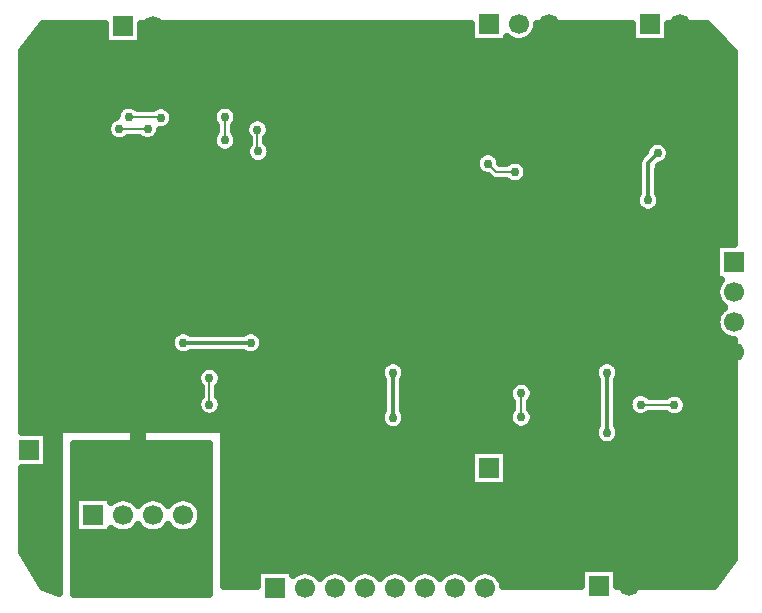
<source format=gbl>
G04 DipTrace 3.1.0.0*
G04 SensorActuatorBreakout.gbl*
%MOIN*%
G04 #@! TF.FileFunction,Copper,L2,Bot*
G04 #@! TF.Part,Single*
G04 #@! TA.AperFunction,Conductor*
%ADD11C,0.006*%
%ADD13C,0.013*%
G04 #@! TA.AperFunction,CopperBalancing*
%ADD16C,0.025*%
G04 #@! TA.AperFunction,ComponentPad*
%ADD31R,0.066929X0.066929*%
%ADD32C,0.066929*%
G04 #@! TA.AperFunction,ViaPad*
%ADD40C,0.03*%
%FSLAX26Y26*%
G04*
G70*
G90*
G75*
G01*
G04 Bottom*
%LPD*%
X1694000Y1019000D2*
D13*
Y1169000D1*
X994000Y1269000D2*
X1219000D1*
X2406500Y969000D2*
Y1169000D1*
X2575251Y1900251D2*
X2544000Y1869000D1*
Y1744000D1*
X1043803Y2194197D2*
D11*
X1069000Y2169000D1*
X1035929Y2069000D2*
Y2085929D1*
X1044000Y2094000D1*
X1069000Y2069000D1*
X544129Y1612751D2*
X556500D1*
X544129Y1562751D2*
X556500D1*
X544129Y1512751D2*
X556500D1*
X543871Y1462622D2*
X550249Y1469000D1*
X943871Y1562622D2*
X956627D1*
X962749Y1556500D1*
X931500Y1785929D2*
X948429D1*
X956500Y1794000D1*
X2350307Y750307D2*
X2344000D1*
Y744000D1*
X2356500Y731500D1*
X2531458Y787709D2*
X2537791D1*
X2544000Y781500D1*
Y775251D1*
X898404Y1106425D2*
X912825D1*
X919000Y1100251D1*
X637749Y2212751D2*
X650249D1*
Y2219000D1*
X1482139Y831500D2*
D13*
X1462751D1*
X1543900Y650350D2*
X1550251Y644000D1*
X2473429Y906500D2*
X2481500D1*
X2650251Y2150251D2*
D11*
X2662751Y2162751D1*
X2675251Y2150251D1*
X2506500Y1989571D2*
X2517180D1*
X2519000Y1987751D1*
X2642180Y1944000D2*
X2650249D1*
X2383322Y2119000D2*
X2387751D1*
X2394000Y2112751D1*
X2323255Y2150066D2*
X2331315D1*
X2319000Y2025249D2*
X2294000D1*
X2337751Y2069000D1*
X2469000Y2256500D2*
X2619000D1*
X2383322Y1944000D2*
X2394000D1*
X2562751Y2044000D2*
X2569000D1*
X2156500Y2019000D2*
X2169000D1*
X2119000Y2231500D2*
X2137749D1*
X2050249Y2212751D2*
X2081500D1*
X1895822Y1956500D2*
X1906500D1*
X1433630Y2154097D2*
X1441597D1*
X1444000Y2156500D1*
X1725073Y2069000D2*
X1731500D1*
X1300151Y2100251D2*
X1319000D1*
X1254678Y2275249D2*
X1262751D1*
X1269000Y2269000D1*
X981491Y450244D2*
Y543990D1*
X1062751Y625249D1*
Y819000D1*
X994000Y887751D1*
X875251D1*
X850251Y912751D1*
Y1012749D1*
Y1058272D1*
X898404Y1106425D1*
X725251Y1012749D2*
X850251D1*
X981491Y450244D2*
X881491D1*
X781491D1*
X681491D1*
X1627071Y950249D2*
X1650249D1*
X825249Y925251D2*
X837751D1*
X844000Y931500D1*
X2121121Y1020436D2*
Y1100251D1*
X812749Y2021946D2*
X916054D1*
X919000Y2019000D1*
X1133322Y2021559D2*
Y1944000D1*
X2100251Y1837751D2*
X2037749D1*
X2009625Y1865875D1*
X2631500Y1060747D2*
X2521003D1*
X2519000Y1062749D1*
X1081500D2*
Y1150249D1*
X781500Y1981500D2*
X875249D1*
X1241539Y1979039D2*
Y1908961D1*
X1244000Y1906500D1*
D40*
X1694000Y1019000D3*
Y1169000D3*
X994000Y1269000D3*
X1219000D3*
X2406500Y969000D3*
Y1169000D3*
X2575251Y1900251D3*
X2544000Y1744000D3*
X1043803Y2194197D3*
X1035929Y2069000D3*
X544129Y1612751D3*
Y1562751D3*
Y1512751D3*
X543871Y1462622D3*
X943871Y1562622D3*
X931500Y1785929D3*
X2350307Y750307D3*
X2531458Y787709D3*
X898404Y1106425D3*
X637749Y2212751D3*
X1482139Y831500D3*
X1543900Y650350D3*
X2473429Y906500D3*
X2650251Y2150251D3*
X2506500Y1989571D3*
X2642180Y1944000D3*
X2383322Y2119000D3*
X2323255Y2150066D3*
X2319000Y2025249D3*
X2469000Y2256500D3*
X2383322Y1944000D3*
X2562751Y2044000D3*
X2156500Y2019000D3*
X2119000Y2231500D3*
X2050249Y2212751D3*
X1895822Y1956500D3*
X1433630Y2154097D3*
X1725073Y2069000D3*
X1300151Y2100251D3*
X1254678Y2275249D3*
X898404Y1106425D3*
X1627071Y950249D3*
X825249Y925251D3*
X2121121Y1100251D3*
Y1020436D3*
X919000Y2019000D3*
X812749Y2021946D3*
X1133322Y1944000D3*
Y2021559D3*
X2100251Y1837751D3*
X2009625Y1865875D3*
X2519000Y1062749D3*
X2631500Y1060747D3*
X1081500Y1150249D3*
Y1062749D3*
X781500Y1981500D3*
X875249D3*
D3*
X1241539Y1979039D3*
X1244000Y1906500D3*
X509122Y2306631D2*
D16*
X731515D1*
X856437D2*
X1950118D1*
X2169767D2*
X2487765D1*
X2612735D2*
X2761202D1*
X490470Y2281762D2*
X731515D1*
X856437D2*
X1950118D1*
X2148917D2*
X2487765D1*
X2612735D2*
X2786056D1*
X471817Y2256894D2*
X2810909D1*
X459000Y2232025D2*
X2829024D1*
X459000Y2207156D2*
X2829024D1*
X459000Y2182287D2*
X2829024D1*
X459000Y2157419D2*
X2829024D1*
X459000Y2132550D2*
X2829024D1*
X459000Y2107681D2*
X2829024D1*
X459000Y2082812D2*
X2829024D1*
X459000Y2057944D2*
X789620D1*
X835880D2*
X902169D1*
X935831D2*
X1110860D1*
X1155802D2*
X2829024D1*
X459000Y2033075D2*
X770284D1*
X960538D2*
X1090938D1*
X1175675D2*
X2829024D1*
X459000Y2008206D2*
X747237D1*
X961563D2*
X1091524D1*
X1175138D2*
X1209493D1*
X1273575D2*
X2829024D1*
X459000Y1983337D2*
X737521D1*
X942716D2*
X1101339D1*
X1165323D2*
X1197774D1*
X1285294D2*
X2829024D1*
X459000Y1958469D2*
X744454D1*
X912296D2*
X1091915D1*
X1174698D2*
X1202999D1*
X1280069D2*
X2829024D1*
X459000Y1933600D2*
X1090646D1*
X1176017D2*
X1209542D1*
X1277921D2*
X2548067D1*
X2602433D2*
X2829024D1*
X459000Y1908731D2*
X1108956D1*
X1157706D2*
X1200069D1*
X1287931D2*
X2532149D1*
X2618351D2*
X2829024D1*
X459000Y1883862D2*
X1206710D1*
X1281290D2*
X1969747D1*
X2049503D2*
X2512032D1*
X2615860D2*
X2829024D1*
X459000Y1858993D2*
X1966183D1*
X2138419D2*
X2508517D1*
X2583146D2*
X2829024D1*
X459000Y1834125D2*
X1980392D1*
X2144083D2*
X2508517D1*
X2579483D2*
X2829024D1*
X459000Y1809256D2*
X2027657D1*
X2132901D2*
X2508517D1*
X2579483D2*
X2829024D1*
X459000Y1784387D2*
X2508517D1*
X2579483D2*
X2829024D1*
X459000Y1759518D2*
X2502999D1*
X2585001D2*
X2829024D1*
X459000Y1734650D2*
X2501046D1*
X2586954D2*
X2829024D1*
X459000Y1709781D2*
X2518038D1*
X2569962D2*
X2829024D1*
X459000Y1684912D2*
X2829024D1*
X459000Y1660043D2*
X2829024D1*
X459000Y1635175D2*
X2829024D1*
X459000Y1610306D2*
X2829024D1*
X459000Y1585437D2*
X2768819D1*
X459000Y1560568D2*
X2768819D1*
X459000Y1535699D2*
X2768819D1*
X459000Y1510831D2*
X2768819D1*
X459000Y1485962D2*
X2768819D1*
X459000Y1461093D2*
X2773604D1*
X459000Y1436224D2*
X2768819D1*
X459000Y1411356D2*
X2774874D1*
X459000Y1386487D2*
X2794015D1*
X459000Y1361618D2*
X2773800D1*
X459000Y1336749D2*
X2768819D1*
X459000Y1311881D2*
X2774630D1*
X459000Y1287012D2*
X954122D1*
X1258878D2*
X2796603D1*
X459000Y1262143D2*
X950558D1*
X1262442D2*
X2829024D1*
X459000Y1237274D2*
X964767D1*
X1248233D2*
X2829024D1*
X459000Y1212406D2*
X2829024D1*
X459000Y1187537D2*
X1060763D1*
X1102237D2*
X1654366D1*
X1733634D2*
X2366866D1*
X2446134D2*
X2829024D1*
X459000Y1162668D2*
X1039425D1*
X1123575D2*
X1650509D1*
X1737491D2*
X2363009D1*
X2449991D2*
X2829024D1*
X459000Y1137799D2*
X1039425D1*
X1123575D2*
X1658517D1*
X1729483D2*
X2100948D1*
X2141300D2*
X2371017D1*
X2441983D2*
X2829024D1*
X459000Y1112930D2*
X1049532D1*
X1113468D2*
X1658517D1*
X1729483D2*
X2079122D1*
X2163126D2*
X2371017D1*
X2441983D2*
X2829024D1*
X459000Y1088062D2*
X1046114D1*
X1116886D2*
X1658517D1*
X1729483D2*
X2078976D1*
X2163272D2*
X2371017D1*
X2441983D2*
X2483614D1*
X2665226D2*
X2829024D1*
X459000Y1063193D2*
X1037521D1*
X1125479D2*
X1658517D1*
X1729483D2*
X2089132D1*
X2153116D2*
X2371017D1*
X2441983D2*
X2475021D1*
X2675431D2*
X2829024D1*
X459000Y1038324D2*
X1045431D1*
X1117569D2*
X1654757D1*
X1733243D2*
X2081173D1*
X2161075D2*
X2371017D1*
X2441983D2*
X2482931D1*
X2668937D2*
X2829024D1*
X459000Y1013455D2*
X1650362D1*
X1737638D2*
X2077706D1*
X2164542D2*
X2371017D1*
X2441983D2*
X2829024D1*
X459000Y988587D2*
X1663253D1*
X1724747D2*
X2092013D1*
X2150235D2*
X2367403D1*
X2445597D2*
X2829024D1*
X543985Y963718D2*
X579024D1*
X1133976D2*
X2362813D1*
X2450187D2*
X2829024D1*
X543985Y938849D2*
X579024D1*
X1133976D2*
X2375460D1*
X2437540D2*
X2829024D1*
X543985Y913980D2*
X579024D1*
X1133976D2*
X2829024D1*
X543985Y889112D2*
X579024D1*
X1133976D2*
X1950118D1*
X2075089D2*
X2829024D1*
X543985Y864243D2*
X579024D1*
X1133976D2*
X1950118D1*
X2075089D2*
X2829024D1*
X459000Y839374D2*
X579024D1*
X1133976D2*
X1950118D1*
X2075089D2*
X2829024D1*
X459000Y814505D2*
X579024D1*
X1133976D2*
X1950118D1*
X2075089D2*
X2829024D1*
X459000Y789636D2*
X579024D1*
X1133976D2*
X2829024D1*
X459000Y764768D2*
X579024D1*
X1133976D2*
X2829024D1*
X459000Y739899D2*
X579024D1*
X1133976D2*
X2829024D1*
X459000Y715030D2*
X579024D1*
X1133976D2*
X2829024D1*
X459000Y690161D2*
X579024D1*
X1133976D2*
X2829024D1*
X459000Y665293D2*
X579024D1*
X1133976D2*
X2829024D1*
X459000Y640424D2*
X579024D1*
X1133976D2*
X2829024D1*
X459000Y615555D2*
X579024D1*
X1133976D2*
X2829024D1*
X459000Y590686D2*
X579024D1*
X1133976D2*
X2829024D1*
X462979Y565818D2*
X579024D1*
X1133976D2*
X2829024D1*
X477921Y540949D2*
X579024D1*
X1133976D2*
X2823604D1*
X492813Y516080D2*
X579024D1*
X1133976D2*
X2318868D1*
X2443790D2*
X2804952D1*
X507755Y491211D2*
X579024D1*
X1133976D2*
X1237716D1*
X2046476D2*
X2318868D1*
X2443790D2*
X2786300D1*
X522647Y466343D2*
X579024D1*
X1133976D2*
X1237716D1*
X2060440D2*
X2318868D1*
X2443790D2*
X2767647D1*
X568595Y441474D2*
X579024D1*
X1252711Y510209D2*
X1360140D1*
Y494925D1*
X1368844Y501372D1*
X1377228Y505644D1*
X1386177Y508552D1*
X1395471Y510024D1*
X1404881D1*
X1414174Y508552D1*
X1423123Y505644D1*
X1431507Y501372D1*
X1439120Y495842D1*
X1445773Y489188D1*
X1450149Y483304D1*
X1454578Y489188D1*
X1461232Y495842D1*
X1468844Y501372D1*
X1477228Y505644D1*
X1486177Y508552D1*
X1495471Y510024D1*
X1504881D1*
X1514174Y508552D1*
X1523123Y505644D1*
X1531507Y501372D1*
X1539120Y495842D1*
X1545773Y489188D1*
X1550149Y483304D1*
X1554578Y489188D1*
X1561232Y495842D1*
X1568844Y501372D1*
X1577228Y505644D1*
X1586177Y508552D1*
X1595471Y510024D1*
X1604881D1*
X1614174Y508552D1*
X1623123Y505644D1*
X1631507Y501372D1*
X1639120Y495842D1*
X1645773Y489188D1*
X1650149Y483304D1*
X1654578Y489188D1*
X1661232Y495842D1*
X1668844Y501372D1*
X1677228Y505644D1*
X1686177Y508552D1*
X1695471Y510024D1*
X1704881D1*
X1714174Y508552D1*
X1723123Y505644D1*
X1731507Y501372D1*
X1739120Y495842D1*
X1745773Y489188D1*
X1750149Y483304D1*
X1754578Y489188D1*
X1761232Y495842D1*
X1768844Y501372D1*
X1777228Y505644D1*
X1786177Y508552D1*
X1795471Y510024D1*
X1804881D1*
X1814174Y508552D1*
X1823123Y505644D1*
X1831507Y501372D1*
X1839120Y495842D1*
X1845773Y489188D1*
X1850149Y483304D1*
X1854578Y489188D1*
X1861232Y495842D1*
X1868844Y501372D1*
X1877228Y505644D1*
X1886177Y508552D1*
X1895471Y510024D1*
X1904881D1*
X1914174Y508552D1*
X1923123Y505644D1*
X1931507Y501372D1*
X1939120Y495842D1*
X1945773Y489188D1*
X1950149Y483304D1*
X1954578Y489188D1*
X1961232Y495842D1*
X1968844Y501372D1*
X1977228Y505644D1*
X1986177Y508552D1*
X1995471Y510024D1*
X2004881D1*
X2014174Y508552D1*
X2023123Y505644D1*
X2031507Y501372D1*
X2039120Y495842D1*
X2045773Y489188D1*
X2051304Y481575D1*
X2055576Y473192D1*
X2058484Y464243D1*
X2059772Y456501D1*
X2321393Y456500D1*
X2321348Y516458D1*
X2441277D1*
Y456448D1*
X2762799Y456500D1*
X2831510Y548180D1*
X2831265Y1277665D1*
X2821885Y1278404D1*
X2812735Y1280600D1*
X2804042Y1284201D1*
X2796019Y1289118D1*
X2788864Y1295229D1*
X2782753Y1302384D1*
X2777836Y1310407D1*
X2774235Y1319100D1*
X2772039Y1328249D1*
X2771301Y1337630D1*
X2772039Y1347010D1*
X2774235Y1356160D1*
X2777836Y1364853D1*
X2782753Y1372876D1*
X2788864Y1380031D1*
X2796019Y1386142D1*
X2798206Y1387603D1*
X2792321Y1392033D1*
X2785668Y1398686D1*
X2780137Y1406299D1*
X2775865Y1414682D1*
X2772957Y1423631D1*
X2771485Y1432925D1*
Y1442335D1*
X2772957Y1451628D1*
X2775865Y1460577D1*
X2780137Y1468961D1*
X2785668Y1476574D1*
X2786679Y1477668D1*
X2771301Y1477665D1*
Y1597594D1*
X2831506D1*
X2831500Y2238873D1*
X2738797Y2331525D1*
X2610260Y2331500D1*
X2610214Y2271535D1*
X2490285D1*
Y2331545D1*
X2172564Y2331500D1*
X2171827Y2321916D1*
X2169631Y2312767D1*
X2166030Y2304073D1*
X2161113Y2296050D1*
X2155002Y2288895D1*
X2147847Y2282784D1*
X2139824Y2277868D1*
X2131131Y2274267D1*
X2121982Y2272070D1*
X2112601Y2271332D1*
X2103221Y2272070D1*
X2094071Y2274267D1*
X2085378Y2277868D1*
X2077355Y2282784D1*
X2072563Y2286710D1*
X2072566Y2271332D1*
X1952637D1*
Y2331537D1*
X853912Y2331500D1*
X853944Y2265083D1*
X734014D1*
Y2331538D1*
X525201Y2331500D1*
X456490Y2239820D1*
X456500Y972662D1*
X541476Y972660D1*
Y852731D1*
X456467D1*
X456500Y572467D1*
X527341Y454394D1*
X581551Y436326D1*
X581538Y969981D1*
X582451Y973784D1*
X584495Y977118D1*
X587469Y979658D1*
X591082Y981155D1*
X594000Y981500D1*
X1120955Y981346D1*
X1124675Y980138D1*
X1127839Y977839D1*
X1130138Y974675D1*
X1131346Y970955D1*
X1131500Y956500D1*
Y456500D1*
X1240240D1*
X1240211Y510209D1*
X1252711D1*
X1965137Y910167D2*
X2072566D1*
Y790237D1*
X1952637D1*
Y910167D1*
X1965137D1*
X1661000Y1044146D2*
Y1143854D1*
X1657023Y1150159D1*
X1654531Y1156176D1*
X1653011Y1162508D1*
X1652500Y1169000D1*
X1653011Y1175492D1*
X1654531Y1181824D1*
X1657023Y1187841D1*
X1660426Y1193393D1*
X1664655Y1198345D1*
X1669607Y1202574D1*
X1675159Y1205977D1*
X1681176Y1208469D1*
X1687508Y1209989D1*
X1694000Y1210500D1*
X1700492Y1209989D1*
X1706824Y1208469D1*
X1712841Y1205977D1*
X1718393Y1202574D1*
X1723345Y1198345D1*
X1727574Y1193393D1*
X1730977Y1187841D1*
X1733469Y1181824D1*
X1734989Y1175492D1*
X1735500Y1169000D1*
X1734989Y1162508D1*
X1733469Y1156176D1*
X1730977Y1150159D1*
X1726983Y1143857D1*
X1727000Y1044146D1*
X1730977Y1037841D1*
X1733469Y1031824D1*
X1734989Y1025492D1*
X1735500Y1019000D1*
X1734989Y1012508D1*
X1733469Y1006176D1*
X1730977Y1000159D1*
X1727574Y994607D1*
X1723345Y989655D1*
X1718393Y985426D1*
X1712841Y982023D1*
X1706824Y979531D1*
X1700492Y978011D1*
X1694000Y977500D1*
X1687508Y978011D1*
X1681176Y979531D1*
X1675159Y982023D1*
X1669607Y985426D1*
X1664655Y989655D1*
X1660426Y994607D1*
X1657023Y1000159D1*
X1654531Y1006176D1*
X1653011Y1012508D1*
X1652500Y1019000D1*
X1653011Y1025492D1*
X1654531Y1031824D1*
X1657023Y1037841D1*
X1661017Y1044143D1*
X1019146Y1302000D2*
X1193854D1*
X1200159Y1305977D1*
X1206176Y1308469D1*
X1212508Y1309989D1*
X1219000Y1310500D1*
X1225492Y1309989D1*
X1231824Y1308469D1*
X1237841Y1305977D1*
X1243393Y1302574D1*
X1248345Y1298345D1*
X1252574Y1293393D1*
X1255977Y1287841D1*
X1258469Y1281824D1*
X1259989Y1275492D1*
X1260500Y1269000D1*
X1259989Y1262508D1*
X1258469Y1256176D1*
X1255977Y1250159D1*
X1252574Y1244607D1*
X1248345Y1239655D1*
X1243393Y1235426D1*
X1237841Y1232023D1*
X1231824Y1229531D1*
X1225492Y1228011D1*
X1219000Y1227500D1*
X1212508Y1228011D1*
X1206176Y1229531D1*
X1200159Y1232023D1*
X1193857Y1236017D1*
X1019146Y1236000D1*
X1012841Y1232023D1*
X1006824Y1229531D1*
X1000492Y1228011D1*
X994000Y1227500D1*
X987508Y1228011D1*
X981176Y1229531D1*
X975159Y1232023D1*
X969607Y1235426D1*
X964655Y1239655D1*
X960426Y1244607D1*
X957023Y1250159D1*
X954531Y1256176D1*
X953011Y1262508D1*
X952500Y1269000D1*
X953011Y1275492D1*
X954531Y1281824D1*
X957023Y1287841D1*
X960426Y1293393D1*
X964655Y1298345D1*
X969607Y1302574D1*
X975159Y1305977D1*
X981176Y1308469D1*
X987508Y1309989D1*
X994000Y1310500D1*
X1000492Y1309989D1*
X1006824Y1308469D1*
X1012841Y1305977D1*
X1019143Y1301983D1*
X2373500Y994146D2*
Y1143854D1*
X2369523Y1150159D1*
X2367031Y1156176D1*
X2365511Y1162508D1*
X2365000Y1169000D1*
X2365511Y1175492D1*
X2367031Y1181824D1*
X2369523Y1187841D1*
X2372926Y1193393D1*
X2377155Y1198345D1*
X2382107Y1202574D1*
X2387659Y1205977D1*
X2393676Y1208469D1*
X2400008Y1209989D1*
X2406500Y1210500D1*
X2412992Y1209989D1*
X2419324Y1208469D1*
X2425341Y1205977D1*
X2430893Y1202574D1*
X2435845Y1198345D1*
X2440074Y1193393D1*
X2443477Y1187841D1*
X2445969Y1181824D1*
X2447489Y1175492D1*
X2448000Y1169000D1*
X2447489Y1162508D1*
X2445969Y1156176D1*
X2443477Y1150159D1*
X2439483Y1143857D1*
X2439500Y994146D1*
X2443477Y987841D1*
X2445969Y981824D1*
X2447489Y975492D1*
X2448000Y969000D1*
X2447489Y962508D1*
X2445969Y956176D1*
X2443477Y950159D1*
X2440074Y944607D1*
X2435845Y939655D1*
X2430893Y935426D1*
X2425341Y932023D1*
X2419324Y929531D1*
X2412992Y928011D1*
X2406500Y927500D1*
X2400008Y928011D1*
X2393676Y929531D1*
X2387659Y932023D1*
X2382107Y935426D1*
X2377155Y939655D1*
X2372926Y944607D1*
X2369523Y950159D1*
X2367031Y956176D1*
X2365511Y962508D1*
X2365000Y969000D1*
X2365511Y975492D1*
X2367031Y981824D1*
X2369523Y987841D1*
X2373517Y994143D1*
X2511013Y1868666D2*
X2511406Y1874162D1*
X2513512Y1881629D1*
X2517302Y1888397D1*
X2520665Y1892335D1*
X2534096Y1905765D1*
X2535782Y1913075D1*
X2538274Y1919091D1*
X2541676Y1924644D1*
X2545906Y1929596D1*
X2550858Y1933825D1*
X2556410Y1937227D1*
X2562426Y1939720D1*
X2568759Y1941240D1*
X2575251Y1941751D1*
X2581743Y1941240D1*
X2588075Y1939720D1*
X2594091Y1937227D1*
X2599644Y1933825D1*
X2604596Y1929596D1*
X2608825Y1924644D1*
X2612227Y1919091D1*
X2614720Y1913075D1*
X2616240Y1906743D1*
X2616751Y1900251D1*
X2616240Y1893759D1*
X2614720Y1887426D1*
X2612227Y1881410D1*
X2608825Y1875858D1*
X2604596Y1870906D1*
X2599644Y1866676D1*
X2594091Y1863274D1*
X2588075Y1860782D1*
X2580795Y1859149D1*
X2577000Y1844000D1*
Y1769146D1*
X2580977Y1762841D1*
X2583469Y1756824D1*
X2584989Y1750492D1*
X2585500Y1744000D1*
X2584989Y1737508D1*
X2583469Y1731176D1*
X2580977Y1725159D1*
X2577574Y1719607D1*
X2573345Y1714655D1*
X2568393Y1710426D1*
X2562841Y1707023D1*
X2556824Y1704531D1*
X2550492Y1703011D1*
X2544000Y1702500D1*
X2537508Y1703011D1*
X2531176Y1704531D1*
X2525159Y1707023D1*
X2519607Y1710426D1*
X2514655Y1714655D1*
X2510426Y1719607D1*
X2507023Y1725159D1*
X2504531Y1731176D1*
X2503011Y1737508D1*
X2502500Y1744000D1*
X2503011Y1750492D1*
X2504531Y1756824D1*
X2507023Y1762841D1*
X2511017Y1769143D1*
X2511102Y1871589D1*
X2512615Y1879198D1*
X2515863Y1886243D1*
X2520665Y1892335D1*
X2520911Y1892561D1*
X2091621Y1049586D2*
Y1071070D1*
X2087547Y1075858D1*
X2084144Y1081410D1*
X2081652Y1087426D1*
X2080132Y1093759D1*
X2079621Y1100251D1*
X2080132Y1106743D1*
X2081652Y1113075D1*
X2084144Y1119091D1*
X2087547Y1124644D1*
X2091776Y1129596D1*
X2096728Y1133825D1*
X2102280Y1137227D1*
X2108297Y1139720D1*
X2114629Y1141240D1*
X2121121Y1141751D1*
X2127613Y1141240D1*
X2133945Y1139720D1*
X2139961Y1137227D1*
X2145514Y1133825D1*
X2150466Y1129596D1*
X2154695Y1124644D1*
X2158098Y1119091D1*
X2160590Y1113075D1*
X2162110Y1106743D1*
X2162621Y1100251D1*
X2162110Y1093759D1*
X2160590Y1087426D1*
X2158098Y1081410D1*
X2154695Y1075858D1*
X2150613Y1071065D1*
X2150621Y1049616D1*
X2154695Y1044829D1*
X2158098Y1039276D1*
X2160590Y1033260D1*
X2162110Y1026928D1*
X2162621Y1020436D1*
X2162110Y1013944D1*
X2160590Y1007611D1*
X2158098Y1001595D1*
X2154695Y996043D1*
X2150466Y991091D1*
X2145514Y986861D1*
X2139961Y983459D1*
X2133945Y980967D1*
X2127613Y979447D1*
X2121121Y978936D1*
X2114629Y979447D1*
X2108297Y980967D1*
X2102280Y983459D1*
X2096728Y986861D1*
X2091776Y991091D1*
X2087547Y996043D1*
X2084144Y1001595D1*
X2081652Y1007611D1*
X2080132Y1013944D1*
X2079621Y1020436D1*
X2080132Y1026928D1*
X2081652Y1033260D1*
X2084144Y1039276D1*
X2087547Y1044829D1*
X2091629Y1049622D1*
X841900Y2051446D2*
X893169D1*
X900159Y2055977D1*
X906176Y2058469D1*
X912508Y2059989D1*
X919000Y2060500D1*
X925492Y2059989D1*
X931824Y2058469D1*
X937841Y2055977D1*
X943393Y2052574D1*
X948345Y2048345D1*
X952574Y2043393D1*
X955977Y2037841D1*
X958469Y2031824D1*
X959989Y2025492D1*
X960500Y2019000D1*
X959989Y2012508D1*
X958469Y2006176D1*
X955977Y2000159D1*
X952574Y1994607D1*
X948345Y1989655D1*
X943393Y1985426D1*
X937841Y1982023D1*
X931824Y1979531D1*
X925492Y1978011D1*
X919000Y1977500D1*
X916571Y1977595D1*
X915603Y1971812D1*
X913590Y1965619D1*
X910634Y1959816D1*
X906806Y1954548D1*
X902201Y1949943D1*
X896933Y1946115D1*
X891131Y1943159D1*
X884937Y1941147D1*
X878505Y1940128D1*
X871993D1*
X865561Y1941147D1*
X859368Y1943159D1*
X853566Y1946115D1*
X848297Y1949943D1*
X846063Y1952008D1*
X810650Y1952000D1*
X805893Y1947926D1*
X800341Y1944523D1*
X794324Y1942031D1*
X787992Y1940511D1*
X781500Y1940000D1*
X775008Y1940511D1*
X768676Y1942031D1*
X762659Y1944523D1*
X757107Y1947926D1*
X752155Y1952155D1*
X747926Y1957107D1*
X744523Y1962659D1*
X742031Y1968676D1*
X740511Y1975008D1*
X740000Y1981500D1*
X740511Y1987992D1*
X742031Y1994324D1*
X744523Y2000341D1*
X747926Y2005893D1*
X752155Y2010845D1*
X757107Y2015074D1*
X762659Y2018477D1*
X768676Y2020969D1*
X771249Y2021946D1*
X771760Y2028438D1*
X773280Y2034770D1*
X775773Y2040787D1*
X779175Y2046339D1*
X783404Y2051291D1*
X788356Y2055520D1*
X793909Y2058923D1*
X799925Y2061415D1*
X806257Y2062935D1*
X812749Y2063446D1*
X819241Y2062935D1*
X825574Y2061415D1*
X831590Y2058923D1*
X837142Y2055520D1*
X841935Y2051438D1*
X1162822Y1992409D2*
Y1973170D1*
X1166896Y1968393D1*
X1170298Y1962841D1*
X1172790Y1956824D1*
X1174311Y1950492D1*
X1174822Y1944000D1*
X1174311Y1937508D1*
X1172790Y1931176D1*
X1170298Y1925159D1*
X1166896Y1919607D1*
X1162666Y1914655D1*
X1157715Y1910426D1*
X1152162Y1907023D1*
X1146146Y1904531D1*
X1139814Y1903011D1*
X1133322Y1902500D1*
X1126829Y1903011D1*
X1120497Y1904531D1*
X1114481Y1907023D1*
X1108928Y1910426D1*
X1103977Y1914655D1*
X1099747Y1919607D1*
X1096345Y1925159D1*
X1093853Y1931176D1*
X1092332Y1937508D1*
X1091822Y1944000D1*
X1092332Y1950492D1*
X1093853Y1956824D1*
X1096345Y1962841D1*
X1099747Y1968393D1*
X1103830Y1973186D1*
X1103821Y1992389D1*
X1099747Y1997166D1*
X1096345Y2002718D1*
X1093853Y2008735D1*
X1092332Y2015067D1*
X1091822Y2021559D1*
X1092332Y2028051D1*
X1093853Y2034383D1*
X1096345Y2040400D1*
X1099747Y2045952D1*
X1103977Y2050904D1*
X1108928Y2055133D1*
X1114481Y2058536D1*
X1120497Y2061028D1*
X1126829Y2062548D1*
X1133322Y2063059D1*
X1139814Y2062548D1*
X1146146Y2061028D1*
X1152162Y2058536D1*
X1157715Y2055133D1*
X1162666Y2050904D1*
X1166896Y2045952D1*
X1170298Y2040400D1*
X1172790Y2034383D1*
X1174311Y2028051D1*
X1174822Y2021559D1*
X1174311Y2015067D1*
X1172790Y2008735D1*
X1170298Y2002718D1*
X1166896Y1997166D1*
X1162813Y1992373D1*
X2071100Y1808251D2*
X2035435Y1808341D1*
X2028633Y1809694D1*
X2022336Y1812598D1*
X2016890Y1816891D1*
X2016662Y1817137D1*
X2009397Y1824383D1*
X2003133Y1824886D1*
X1996800Y1826406D1*
X1990784Y1828899D1*
X1985232Y1832301D1*
X1980280Y1836530D1*
X1976050Y1841482D1*
X1972648Y1847035D1*
X1970156Y1853051D1*
X1968636Y1859383D1*
X1968125Y1865875D1*
X1968636Y1872367D1*
X1970156Y1878700D1*
X1972648Y1884716D1*
X1976050Y1890268D1*
X1980280Y1895220D1*
X1985232Y1899450D1*
X1990784Y1902852D1*
X1996800Y1905344D1*
X2003133Y1906864D1*
X2009625Y1907375D1*
X2016117Y1906864D1*
X2022449Y1905344D1*
X2028465Y1902852D1*
X2034018Y1899450D1*
X2038970Y1895220D1*
X2043199Y1890268D1*
X2046601Y1884716D1*
X2049094Y1878700D1*
X2050614Y1872367D1*
X2051071Y1867236D1*
X2071099Y1867251D1*
X2075858Y1871325D1*
X2081410Y1874727D1*
X2087426Y1877220D1*
X2093759Y1878740D1*
X2100251Y1879251D1*
X2106743Y1878740D1*
X2113075Y1877220D1*
X2119091Y1874727D1*
X2124644Y1871325D1*
X2129596Y1867096D1*
X2133825Y1862144D1*
X2137227Y1856591D1*
X2139720Y1850575D1*
X2141240Y1844243D1*
X2141751Y1837751D1*
X2141240Y1831259D1*
X2139720Y1824926D1*
X2137227Y1818910D1*
X2133825Y1813358D1*
X2129596Y1808406D1*
X2124644Y1804176D1*
X2119091Y1800774D1*
X2113075Y1798282D1*
X2106743Y1796762D1*
X2100251Y1796251D1*
X2093759Y1796762D1*
X2087426Y1798282D1*
X2081410Y1800774D1*
X2075858Y1804176D1*
X2071065Y1808259D1*
X2602350Y1031247D2*
X2545952Y1031192D1*
X2540684Y1027365D1*
X2534881Y1024408D1*
X2528688Y1022396D1*
X2522256Y1021377D1*
X2515744D1*
X2509312Y1022396D1*
X2503119Y1024408D1*
X2497316Y1027365D1*
X2492048Y1031192D1*
X2487443Y1035797D1*
X2483615Y1041066D1*
X2480659Y1046868D1*
X2478647Y1053061D1*
X2477628Y1059493D1*
Y1066005D1*
X2478647Y1072437D1*
X2480659Y1078631D1*
X2483615Y1084433D1*
X2487443Y1089701D1*
X2492048Y1094306D1*
X2497316Y1098134D1*
X2503119Y1101090D1*
X2509312Y1103103D1*
X2515744Y1104121D1*
X2522256D1*
X2528688Y1103103D1*
X2534881Y1101090D1*
X2540684Y1098134D1*
X2545952Y1094306D1*
X2550064Y1090234D1*
X2602301Y1090247D1*
X2607107Y1094321D1*
X2612659Y1097723D1*
X2618676Y1100216D1*
X2625008Y1101736D1*
X2631500Y1102247D1*
X2637992Y1101736D1*
X2644324Y1100216D1*
X2650341Y1097723D1*
X2655893Y1094321D1*
X2660845Y1090092D1*
X2665074Y1085140D1*
X2668477Y1079587D1*
X2670969Y1073571D1*
X2672489Y1067239D1*
X2673000Y1060747D1*
X2672489Y1054255D1*
X2670969Y1047923D1*
X2668477Y1041906D1*
X2665074Y1036354D1*
X2660845Y1031402D1*
X2655893Y1027173D1*
X2650341Y1023770D1*
X2644324Y1021278D1*
X2637992Y1019758D1*
X2631500Y1019247D1*
X2625008Y1019758D1*
X2618676Y1021278D1*
X2612659Y1023770D1*
X2607107Y1027173D1*
X2602314Y1031255D1*
X1052000Y1091900D2*
Y1121099D1*
X1047926Y1125856D1*
X1044523Y1131409D1*
X1042031Y1137425D1*
X1040511Y1143757D1*
X1040000Y1150249D1*
X1040511Y1156741D1*
X1042031Y1163074D1*
X1044523Y1169090D1*
X1047926Y1174642D1*
X1052155Y1179594D1*
X1057107Y1183824D1*
X1062659Y1187226D1*
X1068676Y1189718D1*
X1075008Y1191238D1*
X1081500Y1191749D1*
X1087992Y1191238D1*
X1094324Y1189718D1*
X1100341Y1187226D1*
X1105893Y1183824D1*
X1110845Y1179594D1*
X1115074Y1174642D1*
X1118477Y1169090D1*
X1120969Y1163074D1*
X1122489Y1156741D1*
X1123000Y1150249D1*
X1122489Y1143757D1*
X1120969Y1137425D1*
X1118477Y1131409D1*
X1115074Y1125856D1*
X1110992Y1121063D1*
X1111000Y1091900D1*
X1115074Y1087142D1*
X1118477Y1081590D1*
X1120969Y1075574D1*
X1122489Y1069241D1*
X1123000Y1062749D1*
X1122489Y1056257D1*
X1120969Y1049925D1*
X1118477Y1043909D1*
X1115074Y1038356D1*
X1110845Y1033404D1*
X1105893Y1029175D1*
X1100341Y1025773D1*
X1094324Y1023280D1*
X1087992Y1021760D1*
X1081500Y1021249D1*
X1075008Y1021760D1*
X1068676Y1023280D1*
X1062659Y1025773D1*
X1057107Y1029175D1*
X1052155Y1033404D1*
X1047926Y1038356D1*
X1044523Y1043909D1*
X1042031Y1049925D1*
X1040511Y1056257D1*
X1040000Y1062749D1*
X1040511Y1069241D1*
X1042031Y1075574D1*
X1044523Y1081590D1*
X1047926Y1087142D1*
X1052008Y1091935D1*
X916542Y1977574D2*
X915603Y1971812D1*
X913590Y1965619D1*
X910634Y1959816D1*
X906806Y1954548D1*
X902201Y1949943D1*
X896933Y1946115D1*
X891131Y1943159D1*
X884937Y1941147D1*
X878505Y1940128D1*
X871993D1*
X865561Y1941147D1*
X859368Y1943159D1*
X853566Y1946115D1*
X848297Y1949943D1*
X846063Y1952008D1*
X1271039Y1949889D2*
Y1937975D1*
X1275557Y1933452D1*
X1279385Y1928184D1*
X1282341Y1922381D1*
X1284353Y1916188D1*
X1285372Y1909756D1*
Y1903244D1*
X1284353Y1896812D1*
X1282341Y1890619D1*
X1279385Y1884816D1*
X1275557Y1879548D1*
X1270952Y1874943D1*
X1265684Y1871115D1*
X1259881Y1868159D1*
X1253688Y1866147D1*
X1247256Y1865128D1*
X1240744D1*
X1234312Y1866147D1*
X1228119Y1868159D1*
X1222316Y1871115D1*
X1217048Y1874943D1*
X1212443Y1879548D1*
X1208615Y1884816D1*
X1205659Y1890619D1*
X1203647Y1896812D1*
X1202628Y1903244D1*
Y1909756D1*
X1203647Y1916188D1*
X1205659Y1922381D1*
X1208615Y1928184D1*
X1212057Y1932962D1*
X1212039Y1949830D1*
X1207965Y1954646D1*
X1204563Y1960199D1*
X1202071Y1966215D1*
X1200550Y1972547D1*
X1200039Y1979039D1*
X1200550Y1985531D1*
X1202071Y1991864D1*
X1204563Y1997880D1*
X1207965Y2003432D1*
X1212194Y2008384D1*
X1217146Y2012614D1*
X1222699Y2016016D1*
X1228715Y2018508D1*
X1235047Y2020028D1*
X1241539Y2020539D1*
X1248031Y2020028D1*
X1254364Y2018508D1*
X1260380Y2016016D1*
X1265932Y2012614D1*
X1270884Y2008384D1*
X1275114Y2003432D1*
X1278516Y1997880D1*
X1281008Y1991864D1*
X1282528Y1985531D1*
X1283039Y1979039D1*
X1282528Y1972547D1*
X1281008Y1966215D1*
X1278516Y1960199D1*
X1275114Y1954646D1*
X1271031Y1949853D1*
X833976Y956631D2*
X854024D1*
X833976Y931762D2*
X854024D1*
X634000Y906894D2*
X1079000D1*
X634000Y882025D2*
X1079000D1*
X634000Y857156D2*
X1079000D1*
X634000Y832287D2*
X1079000D1*
X634000Y807419D2*
X1079000D1*
X634000Y782550D2*
X1079000D1*
X634000Y757681D2*
X1079000D1*
X1042228Y732812D2*
X1079000D1*
X1054825Y707944D2*
X1079000D1*
X1055460Y683075D2*
X1079000D1*
X1044620Y658206D2*
X1079000D1*
X634000Y633337D2*
X1079000D1*
X634000Y608469D2*
X1079000D1*
X634000Y583600D2*
X1079000D1*
X634000Y558731D2*
X1079000D1*
X634000Y533862D2*
X1079000D1*
X634000Y508993D2*
X1079000D1*
X634000Y484125D2*
X1079000D1*
X634000Y459256D2*
X1079000D1*
X634000Y434387D2*
X1079000D1*
X646535Y753965D2*
X753965D1*
Y738681D1*
X762669Y745128D1*
X771053Y749400D1*
X780002Y752308D1*
X789295Y753780D1*
X798705D1*
X807998Y752308D1*
X816947Y749400D1*
X825331Y745128D1*
X832944Y739597D1*
X839597Y732944D1*
X843974Y727059D1*
X848403Y732944D1*
X855056Y739597D1*
X862669Y745128D1*
X871053Y749400D1*
X880002Y752308D1*
X889295Y753780D1*
X898705D1*
X907998Y752308D1*
X916947Y749400D1*
X925331Y745128D1*
X932944Y739597D1*
X939597Y732944D1*
X943974Y727059D1*
X948403Y732944D1*
X955056Y739597D1*
X962669Y745128D1*
X971053Y749400D1*
X980002Y752308D1*
X989295Y753780D1*
X998705D1*
X1007998Y752308D1*
X1016947Y749400D1*
X1025331Y745128D1*
X1032944Y739597D1*
X1039597Y732944D1*
X1045128Y725331D1*
X1049400Y716947D1*
X1052308Y707998D1*
X1053780Y698705D1*
Y689295D1*
X1052308Y680002D1*
X1049400Y671053D1*
X1045128Y662669D1*
X1039597Y655056D1*
X1032944Y648403D1*
X1025331Y642872D1*
X1016947Y638600D1*
X1007998Y635692D1*
X998705Y634220D1*
X989295D1*
X980002Y635692D1*
X971053Y638600D1*
X962669Y642872D1*
X955056Y648403D1*
X948403Y655056D1*
X944026Y660941D1*
X939597Y655056D1*
X932944Y648403D1*
X925331Y642872D1*
X916947Y638600D1*
X907998Y635692D1*
X898705Y634220D1*
X889295D1*
X880002Y635692D1*
X871053Y638600D1*
X862669Y642872D1*
X855056Y648403D1*
X848403Y655056D1*
X844026Y660941D1*
X839597Y655056D1*
X832944Y648403D1*
X825331Y642872D1*
X816947Y638600D1*
X807998Y635692D1*
X798705Y634220D1*
X789295D1*
X780002Y635692D1*
X771053Y638600D1*
X762669Y642872D1*
X755056Y648403D1*
X753962Y649414D1*
X753965Y634035D1*
X634035D1*
Y753965D1*
X646535D1*
X631451Y431500D2*
X1081500D1*
Y931500D1*
X867045Y931654D1*
X863325Y932862D1*
X860161Y935161D1*
X857862Y938325D1*
X856654Y942045D1*
X856500Y956500D1*
Y981500D1*
X831500D1*
X831346Y942045D1*
X830138Y938325D1*
X827839Y935161D1*
X824675Y932862D1*
X820955Y931654D1*
X806500Y931500D1*
X631500D1*
Y431451D1*
D31*
X1300176Y450244D3*
D32*
X1400176D3*
X1500176D3*
X1600176D3*
X1700176D3*
X1800176D3*
X1900176D3*
X2000176D3*
D31*
X2381312Y456493D3*
D32*
X2481312D3*
D31*
X2012601Y2331297D3*
D32*
X2112601D3*
X2212601D3*
D31*
X793979Y2325047D3*
D32*
X893979D3*
D31*
X2550249Y2331500D3*
D32*
X2650249D3*
D31*
X694000Y694000D3*
D32*
X794000D3*
X894000D3*
X994000D3*
D31*
X681491Y450244D3*
D32*
X781491D3*
X881491D3*
X981491D3*
D31*
X481512Y912696D3*
D32*
Y1012696D3*
D31*
X2012601Y850202D3*
D32*
Y750202D3*
D31*
X2831265Y1537630D3*
D32*
Y1437630D3*
Y1337630D3*
Y1237630D3*
M02*

</source>
